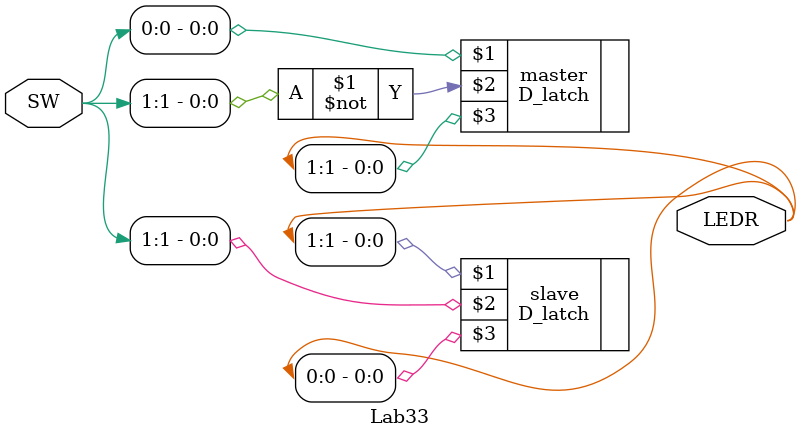
<source format=v>
module Lab33(SW, LEDR);

input [1:0] SW;
output [1:0] LEDR;

D_latch master(SW[0], ~SW[1], LEDR[1]);
D_latch slave(LEDR[1], SW[1], LEDR[0]);

endmodule

/* // This is commented out as it has been declared in Lab32.v, and Quartus will not allow it to be
   // declared here again while being in the same project.
module D_latch (D, Clk, Q);
input D, Clk;
output reg Q;
always @ (D, Clk)
if (Clk)
Q = D;
endmodule*/
</source>
